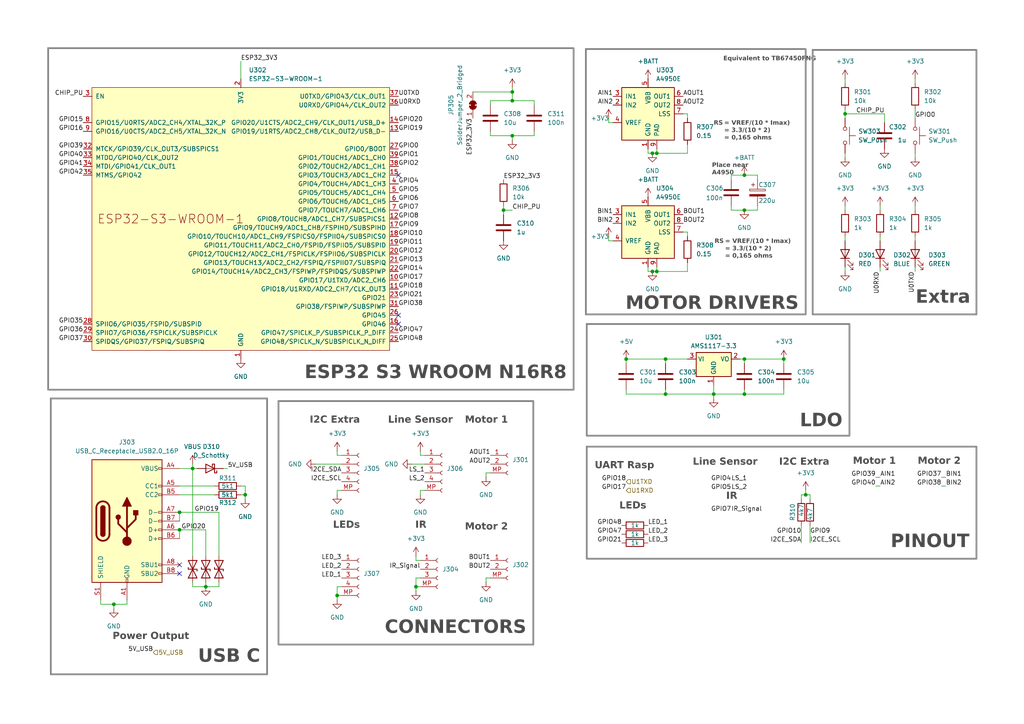
<source format=kicad_sch>
(kicad_sch (version 20231120) (generator "eeschema") (generator_version "8.0")
  (paper "A4")
  (junction (at 97.79 172.72))
  (junction (at 55.88 135.89))
  (junction (at 120.65 170.18))
  (junction (at 181.61 104.14))
  (junction (at 148.59 39.37))
  (junction (at 215.9 60.96))
  (junction (at 215.9 114.3))
  (junction (at 215.9 104.14))
  (junction (at 59.69 170.18))
  (junction (at 148.59 26.67))
  (junction (at 52.07 148.59))
  (junction (at 189.23 44.45))
  (junction (at 190.5 78.74))
  (junction (at 146.05 60.96))
  (junction (at 215.9 50.8))
  (junction (at 233.68 143.51))
  (junction (at 193.04 104.14))
  (junction (at 190.5 44.45))
  (junction (at 207.01 114.3))
  (junction (at 71.12 143.51))
  (junction (at 52.07 153.67))
  (junction (at 148.59 29.21))
  (junction (at 245.11 33.02))
  (junction (at 189.23 78.74))
  (junction (at 193.04 114.3))
  (junction (at 227.33 104.14))
  (junction (at 33.02 175.26))
  (no_connect (at 52.07 163.83))
  (no_connect (at 115.57 91.44))
  (no_connect (at 115.57 50.8))
  (no_connect (at 115.57 93.98))
  (no_connect (at 52.07 166.37))
  (wire (pts (xy 63.5 148.59) (xy 52.07 148.59)))
  (wire (pts (xy 148.59 25.4) (xy 148.59 26.67)))
  (wire (pts (xy 142.24 39.37) (xy 148.59 39.37)))
  (wire (pts (xy 69.85 17.78) (xy 69.85 22.86)))
  (wire (pts (xy 245.11 31.75) (xy 245.11 33.02)))
  (wire (pts (xy 207.01 111.76) (xy 207.01 114.3)))
  (wire (pts (xy 140.97 137.16) (xy 140.97 138.43)))
  (wire (pts (xy 215.9 113.03) (xy 215.9 114.3)))
  (wire (pts (xy 123.19 132.08) (xy 121.92 132.08)))
  (wire (pts (xy 52.07 135.89) (xy 55.88 135.89)))
  (wire (pts (xy 234.95 143.51) (xy 233.68 143.51)))
  (wire (pts (xy 199.39 33.02) (xy 198.12 33.02)))
  (wire (pts (xy 121.92 142.24) (xy 123.19 142.24)))
  (wire (pts (xy 91.44 134.62) (xy 99.06 134.62)))
  (wire (pts (xy 232.41 143.51) (xy 232.41 144.78)))
  (wire (pts (xy 119.38 134.62) (xy 123.19 134.62)))
  (wire (pts (xy 181.61 104.14) (xy 193.04 104.14)))
  (wire (pts (xy 71.12 140.97) (xy 71.12 143.51)))
  (wire (pts (xy 120.65 170.18) (xy 120.65 171.45)))
  (wire (pts (xy 199.39 68.58) (xy 199.39 67.31)))
  (wire (pts (xy 245.11 77.47) (xy 245.11 78.74)))
  (wire (pts (xy 199.39 78.74) (xy 190.5 78.74)))
  (wire (pts (xy 33.02 175.26) (xy 33.02 176.53)))
  (wire (pts (xy 69.85 143.51) (xy 71.12 143.51)))
  (wire (pts (xy 52.07 148.59) (xy 52.07 151.13)))
  (wire (pts (xy 255.27 59.69) (xy 255.27 60.96)))
  (wire (pts (xy 219.71 50.8) (xy 219.71 52.07)))
  (wire (pts (xy 120.65 167.64) (xy 120.65 170.18)))
  (wire (pts (xy 265.43 22.86) (xy 265.43 24.13)))
  (wire (pts (xy 265.43 68.58) (xy 265.43 69.85)))
  (wire (pts (xy 219.71 60.96) (xy 219.71 59.69)))
  (wire (pts (xy 207.01 114.3) (xy 207.01 115.57)))
  (wire (pts (xy 181.61 113.03) (xy 181.61 114.3)))
  (wire (pts (xy 71.12 143.51) (xy 71.12 144.78)))
  (wire (pts (xy 97.79 172.72) (xy 97.79 173.99)))
  (wire (pts (xy 187.96 78.74) (xy 187.96 77.47)))
  (wire (pts (xy 234.95 152.4) (xy 234.95 157.48)))
  (wire (pts (xy 227.33 104.14) (xy 227.33 105.41)))
  (wire (pts (xy 63.5 161.29) (xy 63.5 148.59)))
  (wire (pts (xy 97.79 132.08) (xy 97.79 130.81)))
  (wire (pts (xy 199.39 104.14) (xy 193.04 104.14)))
  (wire (pts (xy 36.83 175.26) (xy 33.02 175.26)))
  (wire (pts (xy 148.59 26.67) (xy 148.59 29.21)))
  (wire (pts (xy 233.68 142.24) (xy 233.68 143.51)))
  (wire (pts (xy 142.24 30.48) (xy 142.24 29.21)))
  (wire (pts (xy 176.53 69.85) (xy 177.8 69.85)))
  (wire (pts (xy 55.88 135.89) (xy 55.88 161.29)))
  (wire (pts (xy 265.43 77.47) (xy 265.43 78.74)))
  (wire (pts (xy 245.11 33.02) (xy 245.11 34.29)))
  (wire (pts (xy 97.79 170.18) (xy 97.79 172.72)))
  (wire (pts (xy 199.39 67.31) (xy 198.12 67.31)))
  (wire (pts (xy 148.59 39.37) (xy 148.59 40.64)))
  (wire (pts (xy 55.88 168.91) (xy 55.88 170.18)))
  (wire (pts (xy 154.94 29.21) (xy 154.94 30.48)))
  (wire (pts (xy 255.27 68.58) (xy 255.27 69.85)))
  (wire (pts (xy 265.43 44.45) (xy 265.43 45.72)))
  (wire (pts (xy 142.24 29.21) (xy 148.59 29.21)))
  (wire (pts (xy 215.9 50.8) (xy 219.71 50.8)))
  (wire (pts (xy 181.61 105.41) (xy 181.61 104.14)))
  (wire (pts (xy 142.24 38.1) (xy 142.24 39.37)))
  (wire (pts (xy 227.33 114.3) (xy 215.9 114.3)))
  (wire (pts (xy 189.23 78.74) (xy 187.96 78.74)))
  (wire (pts (xy 245.11 44.45) (xy 245.11 45.72)))
  (wire (pts (xy 187.96 44.45) (xy 187.96 43.18)))
  (wire (pts (xy 137.16 26.67) (xy 148.59 26.67)))
  (wire (pts (xy 189.23 44.45) (xy 187.96 44.45)))
  (wire (pts (xy 64.77 135.89) (xy 66.04 135.89)))
  (wire (pts (xy 215.9 60.96) (xy 219.71 60.96)))
  (wire (pts (xy 140.97 167.64) (xy 140.97 168.91)))
  (wire (pts (xy 55.88 135.89) (xy 57.15 135.89)))
  (wire (pts (xy 29.21 175.26) (xy 33.02 175.26)))
  (wire (pts (xy 199.39 76.2) (xy 199.39 78.74)))
  (wire (pts (xy 227.33 113.03) (xy 227.33 114.3)))
  (wire (pts (xy 97.79 142.24) (xy 97.79 143.51)))
  (wire (pts (xy 121.92 132.08) (xy 121.92 130.81)))
  (wire (pts (xy 148.59 60.96) (xy 146.05 60.96)))
  (wire (pts (xy 215.9 104.14) (xy 227.33 104.14)))
  (wire (pts (xy 148.59 29.21) (xy 154.94 29.21)))
  (wire (pts (xy 52.07 143.51) (xy 62.23 143.51)))
  (wire (pts (xy 245.11 68.58) (xy 245.11 69.85)))
  (wire (pts (xy 69.85 140.97) (xy 71.12 140.97)))
  (wire (pts (xy 142.24 167.64) (xy 140.97 167.64)))
  (wire (pts (xy 99.06 170.18) (xy 97.79 170.18)))
  (wire (pts (xy 181.61 114.3) (xy 193.04 114.3)))
  (wire (pts (xy 146.05 60.96) (xy 146.05 62.23)))
  (wire (pts (xy 52.07 140.97) (xy 62.23 140.97)))
  (wire (pts (xy 232.41 152.4) (xy 232.41 157.48)))
  (wire (pts (xy 212.09 50.8) (xy 215.9 50.8)))
  (wire (pts (xy 199.39 44.45) (xy 190.5 44.45)))
  (wire (pts (xy 55.88 170.18) (xy 59.69 170.18)))
  (wire (pts (xy 233.68 143.51) (xy 232.41 143.51)))
  (wire (pts (xy 52.07 153.67) (xy 52.07 156.21)))
  (wire (pts (xy 193.04 114.3) (xy 207.01 114.3)))
  (wire (pts (xy 215.9 114.3) (xy 207.01 114.3)))
  (wire (pts (xy 199.39 34.29) (xy 199.39 33.02)))
  (wire (pts (xy 63.5 170.18) (xy 59.69 170.18)))
  (wire (pts (xy 121.92 142.24) (xy 121.92 143.51)))
  (wire (pts (xy 29.21 173.99) (xy 29.21 175.26)))
  (wire (pts (xy 255.27 77.47) (xy 255.27 78.74)))
  (wire (pts (xy 245.11 22.86) (xy 245.11 24.13)))
  (wire (pts (xy 215.9 104.14) (xy 215.9 105.41)))
  (wire (pts (xy 199.39 41.91) (xy 199.39 44.45)))
  (wire (pts (xy 148.59 39.37) (xy 154.94 39.37)))
  (wire (pts (xy 190.5 78.74) (xy 189.23 78.74)))
  (wire (pts (xy 59.69 168.91) (xy 59.69 170.18)))
  (wire (pts (xy 193.04 113.03) (xy 193.04 114.3)))
  (wire (pts (xy 274.32 140.97) (xy 273.05 140.97)))
  (wire (pts (xy 59.69 153.67) (xy 52.07 153.67)))
  (wire (pts (xy 63.5 168.91) (xy 63.5 170.18)))
  (wire (pts (xy 256.54 35.56) (xy 256.54 33.02)))
  (wire (pts (xy 36.83 173.99) (xy 36.83 175.26)))
  (wire (pts (xy 97.79 172.72) (xy 99.06 172.72)))
  (wire (pts (xy 121.92 167.64) (xy 120.65 167.64)))
  (wire (pts (xy 274.32 138.43) (xy 273.05 138.43)))
  (wire (pts (xy 212.09 52.07) (xy 212.09 50.8)))
  (wire (pts (xy 214.63 104.14) (xy 215.9 104.14)))
  (wire (pts (xy 212.09 60.96) (xy 215.9 60.96)))
  (wire (pts (xy 190.5 44.45) (xy 189.23 44.45)))
  (wire (pts (xy 234.95 144.78) (xy 234.95 143.51)))
  (wire (pts (xy 265.43 59.69) (xy 265.43 60.96)))
  (wire (pts (xy 256.54 33.02) (xy 245.11 33.02)))
  (wire (pts (xy 245.11 59.69) (xy 245.11 60.96)))
  (wire (pts (xy 99.06 132.08) (xy 97.79 132.08)))
  (wire (pts (xy 190.5 43.18) (xy 190.5 44.45)))
  (wire (pts (xy 120.65 170.18) (xy 121.92 170.18)))
  (wire (pts (xy 176.53 68.58) (xy 176.53 69.85)))
  (wire (pts (xy 142.24 137.16) (xy 140.97 137.16)))
  (wire (pts (xy 120.65 162.56) (xy 121.92 162.56)))
  (wire (pts (xy 176.53 35.56) (xy 177.8 35.56)))
  (wire (pts (xy 176.53 34.29) (xy 176.53 35.56)))
  (wire (pts (xy 255.27 138.43) (xy 254 138.43)))
  (wire (pts (xy 212.09 59.69) (xy 212.09 60.96)))
  (wire (pts (xy 265.43 31.75) (xy 265.43 34.29)))
  (wire (pts (xy 120.65 161.29) (xy 120.65 162.56)))
  (wire (pts (xy 59.69 161.29) (xy 59.69 153.67)))
  (wire (pts (xy 193.04 104.14) (xy 193.04 105.41)))
  (wire (pts (xy 190.5 77.47) (xy 190.5 78.74)))
  (wire (pts (xy 97.79 142.24) (xy 99.06 142.24)))
  (wire (pts (xy 255.27 140.97) (xy 254 140.97)))
  (wire (pts (xy 154.94 38.1) (xy 154.94 39.37)))
  (wire (pts (xy 55.88 134.62) (xy 55.88 135.89)))
  (wire (pts (xy 146.05 59.69) (xy 146.05 60.96)))
  (rectangle (start 80.772 116.332) (end 154.686 186.944) (stroke (width 0.508) (color 132 132 132 1)))
  (rectangle (start 170.18 129.54) (end 283.21 162.052) (stroke (width 0.508) (color 132 132 132 1)))
  (rectangle (start 13.97 13.97) (end 166.37 113.03) (stroke (width 0.508) (color 132 132 132 1)))
  (rectangle (start 169.926 14.224) (end 233.68 91.186) (stroke (width 0.508) (color 132 132 132 1)))
  (rectangle (start 235.712 14.478) (end 283.21 91.186) (stroke (width 0.508) (color 132 132 132 1)))
  (rectangle (start 14.732 115.57) (end 77.47 195.58) (stroke (width 0.508) (color 132 132 132 1)))
  (rectangle (start 170.18 93.98) (end 246.38 126.365) (stroke (width 0.508) (color 132 132 132 1)))
  (text "PINOUT" (at 281.178 160.528 0) (effects (font (size 3.81 3.81) (thickness 0.254) (bold yes)) (justify right bottom)))
  (text "RS	= VREF/(10 * Imax)\n	= 3.3/(10 * 2)\n	= 0,165 ohms" (at 207.01 38.354 0) (effects (font (size 1.27 1.27)) (justify left)))
  (text "USB C" (at 75.438 193.802 0) (effects (font (size 3.81 3.81) (thickness 0.254) (bold yes)) (justify right bottom)))
  (text "Place near\nA4950" (at 206.502 49.53 0) (effects (font (size 1.27 1.27)) (justify left)))
  (text "IR" (at 123.698 154.178 0) (effects (font (size 2.032 2.032) (thickness 0.254) (bold yes)) (justify right bottom)))
  (text "ESP32 S3 WROOM N16R8" (at 164.338 111.506 0) (effects (font (size 3.81 3.81) (thickness 0.254) (bold yes)) (justify right bottom)))
  (text "Motor 2" (at 278.638 135.636 0) (effects (font (size 2.032 2.032) (thickness 0.254) (bold yes)) (justify right bottom)))
  (text "IR" (at 213.868 145.796 0) (effects (font (size 2.032 2.032) (thickness 0.254) (bold yes)) (justify right bottom)))
  (text "RS	= VREF/(10 * Imax)\n	= 3.3/(10 * 2)\n	= 0,165 ohms" (at 207.264 72.644 0) (effects (font (size 1.27 1.27)) (justify left)))
  (text "Line Sensor" (at 131.318 123.698 0) (effects (font (size 2.032 2.032) (thickness 0.254) (bold yes)) (justify right bottom)))
  (text "LEDs" (at 104.394 154.178 0) (effects (font (size 2.032 2.032) (thickness 0.254) (bold yes)) (justify right bottom)))
  (text "LEDs" (at 187.452 148.59 0) (effects (font (size 2.032 2.032) (thickness 0.254) (bold yes)) (justify right bottom)))
  (text "I2C Extra" (at 240.538 135.89 0) (effects (font (size 2.032 2.032) (thickness 0.254) (bold yes)) (justify right bottom)))
  (text "Motor 1" (at 147.32 123.698 0) (effects (font (size 2.032 2.032) (thickness 0.254) (bold yes)) (justify right bottom)))
  (text "Motor 1" (at 259.842 135.636 0) (effects (font (size 2.032 2.032) (thickness 0.254) (bold yes)) (justify right bottom)))
  (text "I2C Extra" (at 104.394 123.698 0) (effects (font (size 2.032 2.032) (thickness 0.254) (bold yes)) (justify right bottom)))
  (text "Power Output" (at 54.864 186.436 0) (effects (font (size 2.032 2.032) (thickness 0.254) (bold yes)) (justify right bottom)))
  (text "MOTOR DRIVERS" (at 231.648 91.44 0) (effects (font (size 3.81 3.81) (thickness 0.254) (bold yes)) (justify right bottom)))
  (text "CONNECTORS" (at 152.654 185.42 0) (effects (font (size 3.81 3.81) (thickness 0.254) (bold yes)) (justify right bottom)))
  (text "Equivalent to TB67450FNG" (at 209.804 17.526 0) (effects (font (size 1.27 1.27)) (justify left)))
  (text "Extra" (at 281.432 89.662 0) (effects (font (size 3.81 3.81) (thickness 0.254) (bold yes)) (justify right bottom)))
  (text "LDO" (at 244.348 125.476 0) (effects (font (size 3.81 3.81) (thickness 0.254) (bold yes)) (justify right bottom)))
  (text "Motor 2" (at 147.32 154.686 0) (effects (font (size 2.032 2.032) (thickness 0.254) (bold yes)) (justify right bottom)))
  (text "UART Rasp" (at 189.738 136.906 0) (effects (font (size 2.032 2.032) (thickness 0.254) (bold yes)) (justify right bottom)))
  (text "Line Sensor" (at 219.71 135.89 0) (effects (font (size 2.032 2.032) (thickness 0.254) (bold yes)) (justify right bottom)))
  (label "CHIP_PU" (at 148.59 60.96 0))
  (label "GPIO39" (at 254 138.43 180))
  (label "LED_2" (at 99.06 165.1 180))
  (label "GPIO12" (at 115.57 73.66 0))
  (label "GPIO5" (at 212.09 142.24 180))
  (label "LED_3" (at 187.96 157.48 0))
  (label "GPIO10" (at 232.41 154.94 180))
  (label "5V_USB" (at 66.04 135.89 0))
  (label "IR_Signal" (at 212.09 148.59 0))
  (label "GPIO38" (at 273.05 140.97 180))
  (label "LS_1" (at 123.19 137.16 180))
  (label "LED_1" (at 187.96 152.4 0))
  (label "GPIO48" (at 180.34 152.4 180))
  (label "GPIO39" (at 24.13 43.18 180))
  (label "IR_Signal" (at 121.92 165.1 180))
  (label "AOUT2" (at 198.12 30.48 0))
  (label "AIN1" (at 255.27 138.43 0))
  (label "GPIO4" (at 115.57 53.34 0))
  (label "GPIO47" (at 115.57 96.52 0))
  (label "GPIO9" (at 234.95 154.94 0))
  (label "BOUT1" (at 198.12 62.23 0))
  (label "CHIP_PU" (at 24.13 27.94 180))
  (label "GPIO2" (at 115.57 48.26 0))
  (label "GPIO18" (at 181.61 139.7 180))
  (label "GPIO20" (at 59.69 153.67 180))
  (label "GPIO17" (at 115.57 81.28 0))
  (label "GPIO41" (at 24.13 48.26 180))
  (label "GPIO14" (at 115.57 78.74 0))
  (label "GPIO16" (at 24.13 38.1 180))
  (label "AIN2" (at 255.27 140.97 0))
  (label "GPIO13" (at 115.57 76.2 0))
  (label "I2CE_SCL" (at 99.06 139.7 180))
  (label "GPIO5" (at 115.57 55.88 0))
  (label "GPIO15" (at 24.13 35.56 180))
  (label "GPIO4" (at 212.09 139.7 180))
  (label "GPIO40" (at 254 140.97 180))
  (label "ESP32_3V3" (at 69.85 17.78 0))
  (label "BIN1" (at 177.8 62.23 180))
  (label "I2CE_SDA" (at 232.41 157.48 180))
  (label "AOUT1" (at 142.24 132.08 180))
  (label "GPIO47" (at 180.34 154.94 180))
  (label "GPIO11" (at 115.57 71.12 0))
  (label "GPIO21" (at 115.57 86.36 0))
  (label "CHIP_PU" (at 256.54 33.02 180))
  (label "GPIO9" (at 115.57 66.04 0))
  (label "ESP32_3V3" (at 137.16 34.29 270))
  (label "LED_1" (at 99.06 167.64 180))
  (label "LED_3" (at 99.06 162.56 180))
  (label "GPIO10" (at 115.57 68.58 0))
  (label "GPIO40" (at 24.13 45.72 180))
  (label "GPIO0" (at 115.57 43.18 0))
  (label "BOUT2" (at 198.12 64.77 0))
  (label "GPIO6" (at 115.57 58.42 0))
  (label "GPIO7" (at 115.57 60.96 0))
  (label "GPIO37" (at 273.05 138.43 180))
  (label "GPIO48" (at 115.57 99.06 0))
  (label "GPIO18" (at 115.57 83.82 0))
  (label "AOUT2" (at 142.24 134.62 180))
  (label "GPIO20" (at 115.57 35.56 0))
  (label "GPIO0" (at 265.43 34.29 0))
  (label "GPIO1" (at 115.57 45.72 0))
  (label "AOUT1" (at 198.12 27.94 0))
  (label "GPIO37" (at 24.13 99.06 180))
  (label "U0RXD" (at 255.27 78.74 270))
  (label "GPIO7" (at 212.09 148.59 180))
  (label "I2CE_SCL" (at 234.95 157.48 0))
  (label "AIN2" (at 177.8 30.48 180))
  (label "BIN2" (at 274.32 140.97 0))
  (label "I2CE_SDA" (at 99.06 137.16 180))
  (label "GPIO36" (at 24.13 96.52 180))
  (label "GPIO8" (at 115.57 63.5 0))
  (label "ESP32_3V3" (at 146.05 52.07 0))
  (label "GPIO38" (at 115.57 88.9 0))
  (label "LS_1" (at 212.09 139.7 0))
  (label "GPIO19" (at 63.5 148.59 180))
  (label "AIN1" (at 177.8 27.94 180))
  (label "GPIO19" (at 115.57 38.1 0))
  (label "GPIO42" (at 24.13 50.8 180))
  (label "GPIO17" (at 181.61 142.24 180))
  (label "U0RXD" (at 115.57 30.48 0))
  (label "LS_2" (at 123.19 139.7 180))
  (label "GPIO21" (at 180.34 157.48 180))
  (label "LS_2" (at 212.09 142.24 0))
  (label "U0TXD" (at 115.57 27.94 0))
  (label "U0TXD" (at 265.43 78.74 270))
  (label "LED_2" (at 187.96 154.94 0))
  (label "5V_USB" (at 44.45 189.23 180))
  (label "BOUT1" (at 142.24 162.56 180))
  (label "BIN1" (at 274.32 138.43 0))
  (label "BOUT2" (at 142.24 165.1 180))
  (label "BIN2" (at 177.8 64.77 180))
  (label "GPIO35" (at 24.13 93.98 180))
  (hierarchical_label "5V_USB" (shape input) (at 44.45 189.23 0))
  (hierarchical_label "U1RXD" (shape input) (at 181.61 142.24 0))
  (hierarchical_label "U1TXD" (shape input) (at 181.61 139.7 0))
  (symbol (lib_id "Device:R") (at 146.05 55.88 0) (unit 1)
    (property "Reference" "R306" (at 148.59 54.6099 0) (effects (justify left)))
    (property "Value" "10k" (at 148.59 57.1499 0) (effects (justify left)))
    (property "Footprint" "Resistor_SMD:R_0805_2012Metric_Pad1.20x1.40mm_HandSolder" (effects (hide yes)))
    (property "Description" "Resistor" (effects (hide yes)))
  )
  (symbol (lib_id "power:GND") (at 245.11 45.72 0) (unit 1)
    (property "Reference" "#PWR0302" (effects (hide yes)))
    (property "Value" "GND" (at 245.11 50.8 0))
    (property "Description" "Power symbol creates a global label with name \"GND\" , ground" (effects (hide yes)))
  )
  (symbol (lib_id "Regulator_Linear:AMS1117-3.3") (at 207.01 104.14 0) (unit 1)
    (property "Reference" "U301" (at 207.01 97.79 0))
    (property "Value" "AMS1117-3.3" (at 207.01 100.33 0))
    (property "Footprint" "Package_TO_SOT_SMD:SOT-223-3_TabPin2" (effects (hide yes)))
    (property "Datasheet" "http://www.advanced-monolithic.com/pdf/ds1117.pdf" (effects (hide yes)))
    (property "Description" "1A Low Dropout regulator, positive, 3.3V fixed output, SOT-223" (effects (hide yes)))
    (property "LCSC" "C347222" (effects (hide yes)))
  )
  (symbol (lib_id "Switch:SW_Push") (at 245.11 39.37 270) (unit 1)
    (property "Reference" "SW303" (at 248.92 38.0999 90) (effects (justify left)))
    (property "Value" "SW_Push" (at 248.92 40.6399 90) (effects (justify left)))
    (property "Footprint" "Button_Switch_SMD:SW_SPST_B3U-1000P" (effects (hide yes)))
    (property "Description" "Push button switch, generic, two pins" (effects (hide yes)))
  )
  (symbol (lib_id "power:+3V3") (at 233.68 142.24 0) (unit 1)
    (property "Reference" "#PWR0339" (effects (hide yes)))
    (property "Value" "+3V3" (at 233.68 137.16 0))
  )
  (symbol (lib_name "GND_4") (lib_id "power:GND") (at 120.65 171.45 0) (unit 1)
    (property "Reference" "#PWR0331" (effects (hide yes)))
    (property "Value" "GND" (at 120.65 176.53 0))
    (property "Description" "Power symbol creates a global label with name \"GND\" , ground" (effects (hide yes)))
  )
  (symbol (lib_id "Driver_Motor:A4950E") (at 187.96 33.02 0) (unit 1)
    (property "Reference" "U303" (at 190.2536 20.32 0) (effects (justify left)))
    (property "Value" "A4950E" (at 190.2536 22.86 0) (effects (justify left)))
    (property "Footprint" "Package_SO:SOIC-8-1EP_3.9x4.9mm_P1.27mm_EP2.41x3.3mm" (effects (hide yes)))
    (property "Datasheet" "http://www.allegromicro.com/~/media/Files/Datasheets/A4950-Datasheet.ashx" (effects (hide yes)))
    (property "Description" "Full-Bridge, DMOS PWM, Motor Driver, 40V, 3.5A, -40 to +85C" (effects (hide yes)))
  )
  (symbol (lib_id "Device:R") (at 265.43 64.77 0) (unit 1)
    (property "Reference" "R305" (at 267.97 63.4999 0) (effects (justify left)))
    (property "Value" "1k" (at 267.97 66.0399 0) (effects (justify left)))
    (property "Footprint" "Resistor_SMD:R_0805_2012Metric_Pad1.20x1.40mm_HandSolder" (effects (hide yes)))
    (property "Description" "Resistor" (effects (hide yes)))
  )
  (symbol (lib_name "GND_6") (lib_id "power:GND") (at 91.44 134.62 270) (unit 1)
    (property "Reference" "#PWR0336" (effects (hide yes)))
    (property "Value" "GND" (at 87.63 134.6199 90) (effects (justify right)))
    (property "Description" "Power symbol creates a global label with name \"GND\" , ground" (effects (hide yes)))
  )
  (symbol (lib_name "GND_5") (lib_id "power:GND") (at 97.79 143.51 0) (unit 1)
    (property "Reference" "#PWR0332" (effects (hide yes)))
    (property "Value" "GND" (at 97.79 148.59 0))
    (property "Description" "Power symbol creates a global label with name \"GND\" , ground" (effects (hide yes)))
  )
  (symbol (lib_id "power:GND") (at 69.85 104.14 0) (unit 1)
    (property "Reference" "#PWR0311" (effects (hide yes)))
    (property "Value" "GND" (at 69.85 109.22 0))
    (property "Description" "Power symbol creates a global label with name \"GND\" , ground" (effects (hide yes)))
  )
  (symbol (lib_id "Connector:Conn_01x05_Socket") (at 128.27 137.16 0) (unit 1)
    (property "Reference" "J306" (at 129.54 135.8899 0) (effects (justify left)))
    (property "Value" "Conn_01x04_Socket" (effects (hide yes)))
    (property "Footprint" "Connector_JST:JST_PH_B4B-PH-SM4-TB_1x04-1MP_P2.00mm_Vertical" (effects (hide yes)))
    (property "Field4" "C160354" (effects (hide yes)))
  )
  (symbol (lib_name "GND_3") (lib_id "power:GND") (at 140.97 138.43 0) (unit 1)
    (property "Reference" "#PWR0328" (effects (hide yes)))
    (property "Value" "GND" (at 140.97 143.51 0))
    (property "Description" "Power symbol creates a global label with name \"GND\" , ground" (effects (hide yes)))
  )
  (symbol (lib_id "power:GND") (at 33.02 176.53 0) (unit 1)
    (property "Reference" "#PWR0334" (effects (hide yes)))
    (property "Value" "GND" (at 33.02 181.61 0))
    (property "Description" "Power symbol creates a global label with name \"GND\" , ground" (effects (hide yes)))
  )
  (symbol (lib_id "power:GND") (at 71.12 144.78 0) (unit 1)
    (property "Reference" "#PWR0343" (effects (hide yes)))
    (property "Value" "GND" (at 71.12 149.86 0))
    (property "Description" "Power symbol creates a global label with name \"GND\" , ground" (effects (hide yes)))
  )
  (symbol (lib_name "GND_1") (lib_id "power:GND") (at 189.23 44.45 0) (unit 1)
    (property "Reference" "#PWR0315" (effects (hide yes)))
    (property "Value" "GND" (at 189.23 49.53 0))
    (property "Description" "Power symbol creates a global label with name \"GND\" , ground" (effects (hide yes)))
  )
  (symbol (lib_id "Device:D_Schottky") (at 60.96 135.89 180) (unit 1)
    (property "Reference" "D310" (at 61.2775 129.54 0))
    (property "Value" "D_Schottky" (at 61.2775 132.08 0))
    (property "Footprint" "Diode_SMD:D_SOD-323" (effects (hide yes)))
    (property "Description" "Schottky diode" (effects (hide yes)))
    (property "LCSC" "C2891705" (effects (hide yes)))
  )
  (symbol (lib_id "Connector:Conn_01x05_Socket") (at 104.14 167.64 0) (unit 1)
    (property "Reference" "J307" (at 105.41 166.3699 0) (effects (justify left)))
    (property "Value" "Conn_01x04_Socket" (effects (hide yes)))
    (property "Footprint" "Connector_JST:JST_PH_B4B-PH-SM4-TB_1x04-1MP_P2.00mm_Vertical" (effects (hide yes)))
    (property "Field4" "C160354" (effects (hide yes)))
  )
  (symbol (lib_id "Device:C") (at 227.33 109.22 0) (unit 1)
    (property "Reference" "C305" (at 231.14 107.9499 0) (effects (justify left)))
    (property "Value" "10u" (at 231.14 110.4899 0) (effects (justify left)))
    (property "Footprint" "Capacitor_SMD:C_0805_2012Metric_Pad1.18x1.45mm_HandSolder" (effects (hide yes)))
    (property "Description" "Unpolarized capacitor" (effects (hide yes)))
  )
  (symbol (lib_name "+3V3_3") (lib_id "power:+3V3") (at 97.79 130.81 0) (unit 1)
    (property "Reference" "#PWR0335" (effects (hide yes)))
    (property "Value" "+3V3" (at 97.79 125.73 0))
    (property "Description" "Power symbol creates a global label with name \"+3V3\"" (effects (hide yes)))
  )
  (symbol (lib_id "power:+3V3") (at 245.11 59.69 0) (unit 1)
    (property "Reference" "#PWR0308" (effects (hide yes)))
    (property "Value" "+3V3" (at 245.11 54.61 0))
    (property "Description" "Power symbol creates a global label with name \"+3V3\"" (effects (hide yes)))
  )
  (symbol (lib_name "GND_2") (lib_id "power:GND") (at 215.9 60.96 0) (unit 1)
    (property "Reference" "#PWR0321" (effects (hide yes)))
    (property "Value" "GND" (at 215.9 66.04 0))
    (property "Description" "Power symbol creates a global label with name \"GND\" , ground" (effects (hide yes)))
  )
  (symbol (lib_id "power:GND") (at 265.43 45.72 0) (unit 1)
    (property "Reference" "#PWR0306" (effects (hide yes)))
    (property "Value" "GND" (at 265.43 50.8 0))
    (property "Description" "Power symbol creates a global label with name \"GND\" , ground" (effects (hide yes)))
  )
  (symbol (lib_id "Device:R") (at 66.04 140.97 90) (unit 1)
    (property "Reference" "R311" (at 66.04 138.684 90))
    (property "Value" "5k1" (at 66.04 140.97 90))
    (property "Footprint" "Resistor_SMD:R_0603_1608Metric_Pad0.98x0.95mm_HandSolder" (effects (hide yes)))
    (property "Description" "Resistor" (effects (hide yes)))
  )
  (symbol (lib_id "power:VBUS") (at 55.88 134.62 0) (unit 1)
    (property "Reference" "#PWR0341" (effects (hide yes)))
    (property "Value" "VBUS" (at 55.88 129.54 0))
    (property "Description" "Power symbol creates a global label with name \"VBUS\"" (effects (hide yes)))
  )
  (symbol (lib_name "GND_3") (lib_id "power:GND") (at 140.97 168.91 0) (unit 1)
    (property "Reference" "#PWR0329" (effects (hide yes)))
    (property "Value" "GND" (at 140.97 173.99 0))
    (property "Description" "Power symbol creates a global label with name \"GND\" , ground" (effects (hide yes)))
  )
  (symbol (lib_id "Connector:Conn_01x05_Socket") (at 104.14 137.16 0) (unit 1)
    (property "Reference" "J305" (at 105.41 135.8899 0) (effects (justify left)))
    (property "Value" "Conn_01x04_Socket" (effects (hide yes)))
    (property "Footprint" "Connector_JST:JST_PH_B4B-PH-SM4-TB_1x04-1MP_P2.00mm_Vertical" (effects (hide yes)))
    (property "Field4" "C160354" (effects (hide yes)))
  )
  (symbol (lib_id "Device:R") (at 265.43 27.94 0) (unit 1)
    (property "Reference" "R302" (at 267.97 26.6699 0) (effects (justify left)))
    (property "Value" "10k" (at 267.97 29.2099 0) (effects (justify left)))
    (property "Footprint" "Resistor_SMD:R_0805_2012Metric_Pad1.20x1.40mm_HandSolder" (effects (hide yes)))
    (property "Description" "Resistor" (effects (hide yes)))
  )
  (symbol (lib_id "Device:R") (at 245.11 64.77 0) (unit 1)
    (property "Reference" "R303" (at 247.65 63.4999 0) (effects (justify left)))
    (property "Value" "1k" (at 247.65 66.0399 0) (effects (justify left)))
    (property "Footprint" "Resistor_SMD:R_0805_2012Metric_Pad1.20x1.40mm_HandSolder" (effects (hide yes)))
    (property "Description" "Resistor" (effects (hide yes)))
  )
  (symbol (lib_id "power:+5V") (at 181.61 104.14 0) (unit 1)
    (property "Reference" "#PWR0303" (effects (hide yes)))
    (property "Value" "+5V" (at 181.61 99.06 0))
    (property "Description" "Power symbol creates a global label with name \"+5V\"" (effects (hide yes)))
  )
  (symbol (lib_id "Device:LED") (at 245.11 73.66 90) (unit 1)
    (property "Reference" "D301" (at 248.92 73.9774 90) (effects (justify right)))
    (property "Value" "RED" (at 248.92 76.5174 90) (effects (justify right)))
    (property "Footprint" "LED_SMD:LED_0805_2012Metric" (effects (hide yes)))
    (property "Description" "Light emitting diode" (effects (hide yes)))
    (property "Field5" "C391863" (effects (hide yes)))
  )
  (symbol (lib_id "power:GND") (at 59.69 170.18 0) (unit 1)
    (property "Reference" "#PWR0342" (effects (hide yes)))
    (property "Value" "GND" (at 59.69 175.26 0))
    (property "Description" "Power symbol creates a global label with name \"GND\" , ground" (effects (hide yes)))
  )
  (symbol (lib_id "Device:R") (at 245.11 27.94 0) (unit 1)
    (property "Reference" "R301" (at 247.65 26.6699 0) (effects (justify left)))
    (property "Value" "10k" (at 247.65 29.2099 0) (effects (justify left)))
    (property "Footprint" "Resistor_SMD:R_0805_2012Metric_Pad1.20x1.40mm_HandSolder" (effects (hide yes)))
    (property "Description" "Resistor" (effects (hide yes)))
  )
  (symbol (lib_name "Conn_01x03_Socket_1") (lib_id "Connector:Conn_01x03_Socket") (at 147.32 165.1 0) (unit 1)
    (property "Reference" "J302" (at 148.59 163.8299 0) (effects (justify left)))
    (property "Value" "Conn_01x02_Socket" (effects (hide yes)))
    (property "Footprint" "Connector_JST:JST_PH_B2B-PH-SM4-TB_1x02-1MP_P2.00mm_Vertical" (effects (hide yes)))
    (property "LCSC" "C160352" (effects (hide yes)))
  )
  (symbol (lib_name "+3V3_1") (lib_id "power:+3V3") (at 176.53 68.58 0) (unit 1)
    (property "Reference" "#PWR0324" (effects (hide yes)))
    (property "Value" "+3V3" (at 173.99 68.58 0))
    (property "Description" "Power symbol creates a global label with name \"+3V3\"" (effects (hide yes)))
  )
  (symbol (lib_name "GND_4") (lib_id "power:GND") (at 97.79 173.99 0) (unit 1)
    (property "Reference" "#PWR0344" (effects (hide yes)))
    (property "Value" "GND" (at 97.79 179.07 0))
    (property "Description" "Power symbol creates a global label with name \"GND\" , ground" (effects (hide yes)))
  )
  (symbol (lib_id "power:+3V3") (at 265.43 22.86 0) (unit 1)
    (property "Reference" "#PWR0305" (effects (hide yes)))
    (property "Value" "+3V3" (at 265.43 17.78 0))
    (property "Description" "Power symbol creates a global label with name \"+3V3\"" (effects (hide yes)))
  )
  (symbol (lib_id "Device:R") (at 255.27 64.77 0) (unit 1)
    (property "Reference" "R304" (at 257.81 63.4999 0) (effects (justify left)))
    (property "Value" "1k" (at 257.81 66.0399 0) (effects (justify left)))
    (property "Footprint" "Resistor_SMD:R_0805_2012Metric_Pad1.20x1.40mm_HandSolder" (effects (hide yes)))
    (property "Description" "Resistor" (effects (hide yes)))
  )
  (symbol (lib_id "Device:R") (at 199.39 72.39 0) (unit 1)
    (property "Reference" "R308" (at 201.93 71.1199 0) (effects (justify left)))
    (property "Value" "0.15" (at 201.93 73.6599 0) (effects (justify left)))
    (property "Footprint" "Resistor_SMD:R_2512_6332Metric_Pad1.40x3.35mm_HandSolder" (effects (hide yes)))
    (property "Description" "Resistor" (effects (hide yes)))
  )
  (symbol (lib_id "Device:C") (at 215.9 109.22 0) (unit 1)
    (property "Reference" "C304" (at 219.71 107.9499 0) (effects (justify left)))
    (property "Value" "100n" (at 219.71 110.4899 0) (effects (justify left)))
    (property "Footprint" "Capacitor_SMD:C_0805_2012Metric_Pad1.18x1.45mm_HandSolder" (effects (hide yes)))
    (property "Description" "Unpolarized capacitor" (effects (hide yes)))
  )
  (symbol (lib_id "Device:D_TVS") (at 55.88 165.1 90) (unit 1)
    (property "Reference" "D308" (effects (hide yes)))
    (property "Value" "D_TVS" (effects (hide yes)))
    (property "Footprint" "Diode_SMD:D_SOD-523" (effects (hide yes)))
    (property "Description" "Bidirectional transient-voltage-suppression diode" (effects (hide yes)))
    (property "LCSC" "C383211" (effects (hide yes)))
  )
  (symbol (lib_id "power:+BATT") (at 215.9 50.8 0) (unit 1)
    (property "Reference" "#PWR0317" (effects (hide yes)))
    (property "Value" "+BATT" (at 215.9 45.72 0))
    (property "Description" "Power symbol creates a global label with name \"+BATT\"" (effects (hide yes)))
  )
  (symbol (lib_name "+3V3_3") (lib_id "power:+3V3") (at 121.92 130.81 0) (unit 1)
    (property "Reference" "#PWR0338" (effects (hide yes)))
    (property "Value" "+3V3" (at 121.92 125.73 0))
    (property "Description" "Power symbol creates a global label with name \"+3V3\"" (effects (hide yes)))
  )
  (symbol (lib_id "Device:C_Polarized") (at 219.71 55.88 0) (unit 1)
    (property "Reference" "C307" (at 219.964 53.594 0) (effects (justify left)))
    (property "Value" "220u" (at 219.964 58.166 0) (effects (justify left)))
    (property "Footprint" "Capacitor_THT:CP_Radial_D10.0mm_P5.00mm" (effects (hide yes)))
    (property "Description" "Polarized capacitor" (effects (hide yes)))
  )
  (symbol (lib_id "Device:C") (at 193.04 109.22 0) (unit 1)
    (property "Reference" "C303" (at 196.85 107.9499 0) (effects (justify left)))
    (property "Value" "100n" (at 196.85 110.4899 0) (effects (justify left)))
    (property "Footprint" "Capacitor_SMD:C_0805_2012Metric_Pad1.18x1.45mm_HandSolder" (effects (hide yes)))
    (property "Description" "Unpolarized capacitor" (effects (hide yes)))
  )
  (symbol (lib_id "Device:R") (at 234.95 148.59 180) (unit 1)
    (property "Reference" "R309" (effects (hide yes)))
    (property "Value" "4k7" (at 234.95 147.32 90) (effects (justify left)))
    (property "Footprint" "Resistor_SMD:R_0805_2012Metric" (effects (hide yes)))
    (property "LCSC" "C17673" (effects (hide yes)))
  )
  (symbol (lib_id "Device:R") (at 184.15 154.94 90) (unit 1)
    (property "Reference" "R314" (effects (hide yes)))
    (property "Value" "1k" (at 184.15 154.94 90))
    (property "Footprint" "Resistor_SMD:R_0805_2012Metric_Pad1.20x1.40mm_HandSolder" (effects (hide yes)))
    (property "Description" "Resistor" (effects (hide yes)))
  )
  (symbol (lib_id "Device:C") (at 212.09 55.88 0) (unit 1)
    (property "Reference" "C306" (at 204.724 54.61 0) (effects (justify left)))
    (property "Value" "100n" (at 204.724 57.404 0) (effects (justify left)))
    (property "Footprint" "Capacitor_SMD:C_0805_2012Metric_Pad1.18x1.45mm_HandSolder" (effects (hide yes)))
    (property "Description" "Unpolarized capacitor" (effects (hide yes)))
  )
  (symbol (lib_id "PCM_Espressif:ESP32-S3-WROOM-1") (at 69.85 63.5 0) (unit 1)
    (property "Reference" "U302" (at 72.1436 20.32 0) (effects (justify left)))
    (property "Value" "ESP32-S3-WROOM-1" (at 72.1436 22.86 0) (effects (justify left)))
    (property "Footprint" "PCM_Espressif:ESP32-S3-WROOM-1" (effects (hide yes)))
    (property "Datasheet" "https://www.espressif.com/sites/default/files/documentation/esp32-s3-wroom-1_wroom-1u_datasheet_en.pdf" (effects (hide yes)))
    (property "Description" "2.4 GHz WiFi (802.11 b/g/n) and Bluetooth ® 5 (LE) module Built around ESP32S3 series of SoCs, Xtensa ® dualcore 32bit LX7 microprocessor Flash up to 16 MB, PSRAM up to 8 MB 36 GPIOs, rich set of peripherals Onboard PCB antenna" (effects (hide yes)))
    (property "LCSC" "C2913205" (effects (hide yes)))
  )
  (symbol (lib_id "Device:R") (at 199.39 38.1 0) (unit 1)
    (property "Reference" "R307" (at 201.93 36.8299 0) (effects (justify left)))
    (property "Value" "0.15" (at 201.93 39.3699 0) (effects (justify left)))
    (property "Footprint" "Resistor_SMD:R_2512_6332Metric_Pad1.40x3.35mm_HandSolder" (effects (hide yes)))
    (property "Description" "Resistor" (effects (hide yes)))
  )
  (symbol (lib_id "Device:C") (at 256.54 39.37 0) (unit 1)
    (property "Reference" "C302" (at 257.81 36.8299 0) (effects (justify left)))
    (property "Value" "1u" (at 260.35 40.6399 0) (effects (justify left)))
    (property "Footprint" "Capacitor_SMD:C_0805_2012Metric_Pad1.18x1.45mm_HandSolder" (effects (hide yes)))
    (property "Description" "Unpolarized capacitor" (effects (hide yes)))
  )
  (symbol (lib_id "Jumper:SolderJumper_2_Bridged") (at 137.16 30.48 90) (unit 1)
    (property "Reference" "JP305" (at 130.81 30.48 0))
    (property "Value" "SolderJumper_2_Bridged" (at 133.35 30.48 0))
    (property "Footprint" "Jumper:SolderJumper-2_P1.3mm_Bridged_RoundedPad1.0x1.5mm" (effects (hide yes)))
    (property "Description" "Solder Jumper, 2-pole, closed/bridged" (effects (hide yes)))
  )
  (symbol (lib_id "Driver_Motor:A4950E") (at 187.96 67.31 0) (unit 1)
    (property "Reference" "U304" (at 190.2536 54.61 0) (effects (justify left)))
    (property "Value" "A4950E" (at 190.2536 57.15 0) (effects (justify left)))
    (property "Footprint" "Package_SO:SOIC-8-1EP_3.9x4.9mm_P1.27mm_EP2.41x3.3mm" (effects (hide yes)))
    (property "Datasheet" "http://www.allegromicro.com/~/media/Files/Datasheets/A4950-Datasheet.ashx" (effects (hide yes)))
    (property "Description" "Full-Bridge, DMOS PWM, Motor Driver, 40V, 3.5A, -40 to +85C" (effects (hide yes)))
  )
  (symbol (lib_id "power:+BATT") (at 187.96 22.86 0) (unit 1)
    (property "Reference" "#PWR0316" (effects (hide yes)))
    (property "Value" "+BATT" (at 187.96 17.78 0))
    (property "Description" "Power symbol creates a global label with name \"+BATT\"" (effects (hide yes)))
  )
  (symbol (lib_name "GND_1") (lib_id "power:GND") (at 189.23 78.74 0) (unit 1)
    (property "Reference" "#PWR0327" (effects (hide yes)))
    (property "Value" "GND" (at 189.23 83.82 0))
    (property "Description" "Power symbol creates a global label with name \"GND\" , ground" (effects (hide yes)))
  )
  (symbol (lib_id "Switch:SW_Push") (at 265.43 39.37 270) (unit 1)
    (property "Reference" "SW301" (at 269.24 38.0999 90) (effects (justify left)))
    (property "Value" "SW_Push" (at 269.24 40.6399 90) (effects (justify left)))
    (property "Footprint" "Button_Switch_SMD:SW_SPST_B3U-1000P" (effects (hide yes)))
    (property "Description" "Push button switch, generic, two pins" (effects (hide yes)))
  )
  (symbol (lib_id "Connector:Conn_01x04_Socket") (at 127 165.1 0) (unit 1)
    (property "Reference" "J304" (at 128.27 165.0999 0) (effects (justify left)))
    (property "Value" "Conn_01x03_Socket" (effects (hide yes)))
    (property "Footprint" "Connector_JST:JST_PH_B3B-PH-SM4-TB_1x03-1MP_P2.00mm_Vertical" (effects (hide yes)))
    (property "LCSC" "C160353" (effects (hide yes)))
  )
  (symbol (lib_id "Device:C") (at 142.24 34.29 0) (unit 1)
    (property "Reference" "C308" (at 146.05 33.0199 0) (effects (justify left)))
    (property "Value" "10u" (at 146.05 35.5599 0) (effects (justify left)))
    (property "Footprint" "Capacitor_SMD:C_0805_2012Metric_Pad1.18x1.45mm_HandSolder" (effects (hide yes)))
    (property "Description" "Unpolarized capacitor" (effects (hide yes)))
  )
  (symbol (lib_id "power:+3V3") (at 255.27 59.69 0) (unit 1)
    (property "Reference" "#PWR0310" (effects (hide yes)))
    (property "Value" "+3V3" (at 255.27 54.61 0))
    (property "Description" "Power symbol creates a global label with name \"+3V3\"" (effects (hide yes)))
  )
  (symbol (lib_id "power:GND") (at 207.01 115.57 0) (unit 1)
    (property "Reference" "#PWR0307" (effects (hide yes)))
    (property "Value" "GND" (at 207.01 120.65 0))
    (property "Description" "Power symbol creates a global label with name \"GND\" , ground" (effects (hide yes)))
  )
  (symbol (lib_name "+3V3_1") (lib_id "power:+3V3") (at 176.53 34.29 0) (unit 1)
    (property "Reference" "#PWR0314" (effects (hide yes)))
    (property "Value" "+3V3" (at 173.99 34.29 0))
    (property "Description" "Power symbol creates a global label with name \"+3V3\"" (effects (hide yes)))
  )
  (symbol (lib_id "power:GND") (at 146.05 69.85 0) (unit 1)
    (property "Reference" "#PWR0318" (effects (hide yes)))
    (property "Value" "GND" (at 146.05 74.93 0))
    (property "Description" "Power symbol creates a global label with name \"GND\" , ground" (effects (hide yes)))
  )
  (symbol (lib_id "Device:R") (at 184.15 152.4 90) (unit 1)
    (property "Reference" "R313" (effects (hide yes)))
    (property "Value" "1k" (at 184.15 152.4 90))
    (property "Footprint" "Resistor_SMD:R_0805_2012Metric_Pad1.20x1.40mm_HandSolder" (effects (hide yes)))
    (property "Description" "Resistor" (effects (hide yes)))
  )
  (symbol (lib_name "GND_7") (lib_id "power:GND") (at 119.38 134.62 270) (unit 1)
    (property "Reference" "#PWR0340" (effects (hide yes)))
    (property "Value" "GND" (at 115.57 134.6199 90) (effects (justify right)))
    (property "Description" "Power symbol creates a global label with name \"GND\" , ground" (effects (hide yes)))
  )
  (symbol (lib_id "power:+3V3") (at 148.59 25.4 0) (unit 1)
    (property "Reference" "#PWR0319" (effects (hide yes)))
    (property "Value" "+3V3" (at 148.59 20.32 0))
    (property "Description" "Power symbol creates a global label with name \"+3V3\"" (effects (hide yes)))
  )
  (symbol (lib_id "Device:LED") (at 265.43 73.66 90) (unit 1)
    (property "Reference" "D303" (at 269.24 73.9774 90) (effects (justify right)))
    (property "Value" "GREEN" (at 269.24 76.5174 90) (effects (justify right)))
    (property "Footprint" "LED_SMD:LED_0805_2012Metric" (effects (hide yes)))
    (property "Description" "Light emitting diode" (effects (hide yes)))
    (property "LCSC" "C84260" (effects (hide yes)))
  )
  (symbol (lib_id "Device:C") (at 181.61 109.22 0) (unit 1)
    (property "Reference" "C301" (at 185.42 107.9499 0) (effects (justify left)))
    (property "Value" "10u" (at 185.42 110.4899 0) (effects (justify left)))
    (property "Footprint" "Capacitor_SMD:C_0805_2012Metric_Pad1.18x1.45mm_HandSolder" (effects (hide yes)))
    (property "Description" "Unpolarized capacitor" (effects (hide yes)))
  )
  (symbol (lib_id "power:+BATT") (at 187.96 57.15 0) (unit 1)
    (property "Reference" "#PWR0326" (effects (hide yes)))
    (property "Value" "+BATT" (at 187.96 52.07 0))
    (property "Description" "Power symbol creates a global label with name \"+BATT\"" (effects (hide yes)))
  )
  (symbol (lib_id "Device:R") (at 232.41 148.59 0) (unit 1)
    (property "Reference" "R310" (at 229.87 151.13 90) (effects (justify left)))
    (property "Value" "4k7" (at 232.41 149.86 90) (effects (justify left)))
    (property "Footprint" "Resistor_SMD:R_0805_2012Metric" (effects (hide yes)))
    (property "LCSC" "C17673" (effects (hide yes)))
  )
  (symbol (lib_id "power:GND") (at 245.11 78.74 0) (unit 1)
    (property "Reference" "#PWR0309" (effects (hide yes)))
    (property "Value" "GND" (at 245.11 83.82 0))
    (property "Description" "Power symbol creates a global label with name \"GND\" , ground" (effects (hide yes)))
  )
  (symbol (lib_id "power:GND") (at 256.54 43.18 0) (unit 1)
    (property "Reference" "#PWR0304" (effects (hide yes)))
    (property "Value" "GND" (at 256.54 48.26 0))
    (property "Description" "Power symbol creates a global label with name \"GND\" , ground" (effects (hide yes)))
  )
  (symbol (lib_name "Conn_01x03_Socket_1") (lib_id "Connector:Conn_01x03_Socket") (at 147.32 134.62 0) (unit 1)
    (property "Reference" "J301" (at 148.59 133.3499 0) (effects (justify left)))
    (property "Value" "Conn_01x02_Socket" (effects (hide yes)))
    (property "Footprint" "Connector_JST:JST_PH_B2B-PH-SM4-TB_1x02-1MP_P2.00mm_Vertical" (effects (hide yes)))
    (property "LCSC" "C160352" (effects (hide yes)))
  )
  (symbol (lib_id "Device:D_TVS") (at 63.5 165.1 90) (unit 1)
    (property "Reference" "D311" (effects (hide yes)))
    (property "Value" "D_TVS" (effects (hide yes)))
    (property "Footprint" "Diode_SMD:D_SOD-523" (effects (hide yes)))
    (property "Description" "Bidirectional transient-voltage-suppression diode" (effects (hide yes)))
    (property "LCSC" "C383211" (effects (hide yes)))
  )
  (symbol (lib_id "Device:C") (at 154.94 34.29 0) (unit 1)
    (property "Reference" "C311" (at 158.75 33.0199 0) (effects (justify left)))
    (property "Value" "100n" (at 158.75 35.5599 0) (effects (justify left)))
    (property "Footprint" "Capacitor_SMD:C_0805_2012Metric_Pad1.18x1.45mm_HandSolder" (effects (hide yes)))
    (property "Description" "Unpolarized capacitor" (effects (hide yes)))
  )
  (symbol (lib_name "+3V3_2") (lib_id "power:+3V3") (at 120.65 161.29 0) (unit 1)
    (property "Reference" "#PWR0330" (effects (hide yes)))
    (property "Value" "+3V3" (at 120.65 156.21 0))
    (property "Description" "Power symbol creates a global label with name \"+3V3\"" (effects (hide yes)))
  )
  (symbol (lib_id "Connector:USB_C_Receptacle_USB2.0_16P") (at 36.83 151.13 0) (unit 1)
    (property "Reference" "J303" (at 36.83 128.27 0))
    (property "Value" "USB_C_Receptacle_USB2.0_16P" (at 36.83 130.81 0))
    (property "Footprint" "Connector_USB:USB_C_Receptacle_G-Switch_GT-USB-7010ASV" (effects (hide yes)))
    (property "Datasheet" "https://www.usb.org/sites/default/files/documents/usb_type-c.zip" (effects (hide yes)))
    (property "Description" "USB 2.0-only 16P Type-C Receptacle connector" (effects (hide yes)))
    (property "LCSC" "C2765186" (effects (hide yes)))
  )
  (symbol (lib_id "Device:C") (at 146.05 66.04 0) (unit 1)
    (property "Reference" "C310" (at 149.86 64.7699 0) (effects (justify left)))
    (property "Value" "1u" (at 149.86 67.3099 0) (effects (justify left)))
    (property "Footprint" "Capacitor_SMD:C_0805_2012Metric_Pad1.18x1.45mm_HandSolder" (effects (hide yes)))
    (property "Description" "Unpolarized capacitor" (effects (hide yes)))
  )
  (symbol (lib_id "power:+3V3") (at 245.11 22.86 0) (unit 1)
    (property "Reference" "#PWR0301" (effects (hide yes)))
    (property "Value" "+3V3" (at 245.11 17.78 0))
    (property "Description" "Power symbol creates a global label with name \"+3V3\"" (effects (hide yes)))
  )
  (symbol (lib_id "Device:D_TVS") (at 59.69 165.1 90) (unit 1)
    (property "Reference" "D309" (effects (hide yes)))
    (property "Value" "D_TVS" (effects (hide yes)))
    (property "Footprint" "Diode_SMD:D_SOD-523" (effects (hide yes)))
    (property "Description" "Bidirectional transient-voltage-suppression diode" (effects (hide yes)))
    (property "LCSC" "C383211" (effects (hide yes)))
  )
  (symbol (lib_id "Device:R") (at 66.04 143.51 90) (unit 1)
    (property "Reference" "R312" (at 66.04 145.796 90))
    (property "Value" "5k1" (at 66.04 143.51 90))
    (property "Footprint" "Resistor_SMD:R_0603_1608Metric_Pad0.98x0.95mm_HandSolder" (effects (hide yes)))
    (property "Description" "Resistor" (effects (hide yes)))
  )
  (symbol (lib_id "power:GND") (at 148.59 40.64 0) (unit 1)
    (property "Reference" "#PWR0320" (effects (hide yes)))
    (property "Value" "GND" (at 148.59 45.72 0))
    (property "Description" "Power symbol creates a global label with name \"GND\" , ground" (effects (hide yes)))
  )
  (symbol (lib_id "power:+3V3") (at 265.43 59.69 0) (unit 1)
    (property "Reference" "#PWR0313" (effects (hide yes)))
    (property "Value" "+3V3" (at 265.43 54.61 0))
    (property "Description" "Power symbol creates a global label with name \"+3V3\"" (effects (hide yes)))
  )
  (symbol (lib_id "Device:R") (at 184.15 157.48 90) (unit 1)
    (property "Reference" "R315" (effects (hide yes)))
    (property "Value" "1k" (at 184.15 157.48 90))
    (property "Footprint" "Resistor_SMD:R_0805_2012Metric_Pad1.20x1.40mm_HandSolder" (effects (hide yes)))
    (property "Description" "Resistor" (effects (hide yes)))
  )
  (symbol (lib_id "Device:LED") (at 255.27 73.66 90) (unit 1)
    (property "Reference" "D302" (at 259.08 73.9774 90) (effects (justify right)))
    (property "Value" "BLUE" (at 259.08 76.5174 90) (effects (justify right)))
    (property "Footprint" "LED_SMD:LED_0805_2012Metric" (effects (hide yes)))
    (property "Description" "Light emitting diode" (effects (hide yes)))
    (property "LCSC" "C205441" (effects (hide yes)))
  )
  (symbol (lib_name "GND_5") (lib_id "power:GND") (at 121.92 143.51 0) (unit 1)
    (property "Reference" "#PWR0337" (effects (hide yes)))
    (property "Value" "GND" (at 121.92 148.59 0))
    (property "Description" "Power symbol creates a global label with name \"GND\" , ground" (effects (hide yes)))
  )
  (symbol (lib_id "power:+3V3") (at 227.33 104.14 0) (unit 1)
    (property "Reference" "#PWR0312" (effects (hide yes)))
    (property "Value" "+3V3" (at 227.33 99.06 0))
    (property "Description" "Power symbol creates a global label with name \"+3V3\"" (effects (hide yes)))
  )
)
</source>
